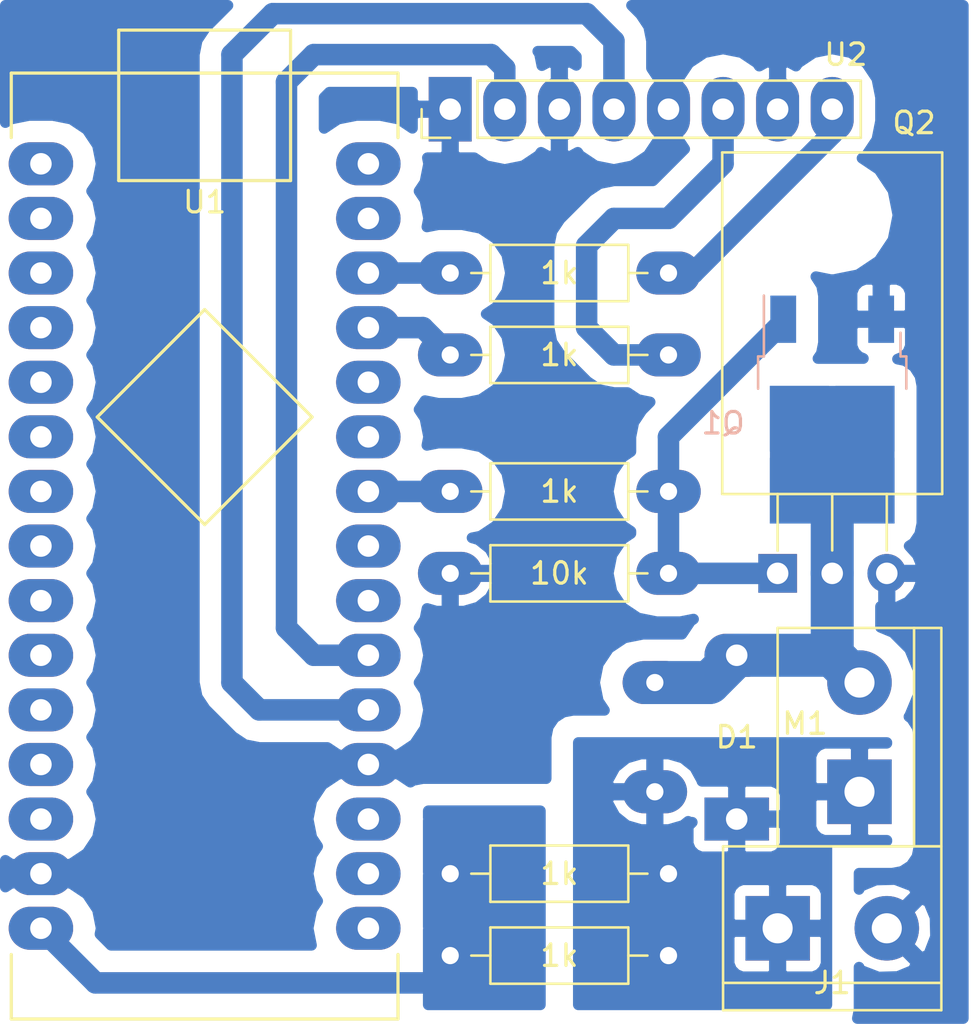
<source format=kicad_pcb>
(kicad_pcb (version 4) (host pcbnew 4.0.7)

  (general
    (links 34)
    (no_connects 0)
    (area 20.955 18.984999 259.52 168.325001)
    (thickness 1.6)
    (drawings 0)
    (tracks 41)
    (zones 0)
    (modules 14)
    (nets 35)
  )

  (page A4)
  (layers
    (0 F.Cu signal)
    (31 B.Cu signal)
    (32 B.Adhes user)
    (33 F.Adhes user)
    (34 B.Paste user)
    (35 F.Paste user)
    (36 B.SilkS user)
    (37 F.SilkS user)
    (38 B.Mask user)
    (39 F.Mask user)
    (40 Dwgs.User user)
    (41 Cmts.User user)
    (42 Eco1.User user)
    (43 Eco2.User user)
    (44 Edge.Cuts user)
    (45 Margin user)
    (46 B.CrtYd user)
    (47 F.CrtYd user)
    (48 B.Fab user)
    (49 F.Fab user)
  )

  (setup
    (last_trace_width 1)
    (user_trace_width 0.5)
    (user_trace_width 1)
    (user_trace_width 2)
    (trace_clearance 0.2)
    (zone_clearance 1)
    (zone_45_only no)
    (trace_min 0.2)
    (segment_width 0.2)
    (edge_width 0.15)
    (via_size 0.6)
    (via_drill 0.4)
    (via_min_size 0.4)
    (via_min_drill 0.3)
    (uvia_size 0.3)
    (uvia_drill 0.1)
    (uvias_allowed no)
    (uvia_min_size 0.2)
    (uvia_min_drill 0.1)
    (pcb_text_width 0.3)
    (pcb_text_size 1.5 1.5)
    (mod_edge_width 0.15)
    (mod_text_size 1 1)
    (mod_text_width 0.15)
    (pad_size 2 2)
    (pad_drill 1)
    (pad_to_mask_clearance 0.2)
    (aux_axis_origin 0 0)
    (grid_origin 129.54 88.265)
    (visible_elements FFFFFF7F)
    (pcbplotparams
      (layerselection 0x00030_80000001)
      (usegerberextensions false)
      (excludeedgelayer true)
      (linewidth 0.100000)
      (plotframeref false)
      (viasonmask false)
      (mode 1)
      (useauxorigin false)
      (hpglpennumber 1)
      (hpglpenspeed 20)
      (hpglpendiameter 15)
      (hpglpenoverlay 2)
      (psnegative false)
      (psa4output false)
      (plotreference true)
      (plotvalue true)
      (plotinvisibletext false)
      (padsonsilk false)
      (subtractmaskfromsilk false)
      (outputformat 1)
      (mirror false)
      (drillshape 0)
      (scaleselection 1)
      (outputdirectory ""))
  )

  (net 0 "")
  (net 1 +12V)
  (net 2 /D)
  (net 3 GNDD)
  (net 4 /G)
  (net 5 "Net-(R1-Pad1)")
  (net 6 FLOSS_LED)
  (net 7 "Net-(R3-Pad2)")
  (net 8 MASSAGE_LED)
  (net 9 "Net-(R4-Pad2)")
  (net 10 PUMP)
  (net 11 "Net-(U1-Pad23)")
  (net 12 "Net-(U1-Pad25)")
  (net 13 "Net-(U1-Pad26)")
  (net 14 "Net-(U1-Pad29)")
  (net 15 "Net-(U1-Pad30)")
  (net 16 "Net-(U1-Pad22)")
  (net 17 MODE_BUTTON)
  (net 18 POWER_BUTTON)
  (net 19 "Net-(U1-Pad18)")
  (net 20 "Net-(U1-Pad17)")
  (net 21 "Net-(U1-Pad16)")
  (net 22 "Net-(U1-Pad13)")
  (net 23 "Net-(U1-Pad12)")
  (net 24 "Net-(U1-Pad11)")
  (net 25 "Net-(U1-Pad10)")
  (net 26 "Net-(U1-Pad9)")
  (net 27 "Net-(U1-Pad1)")
  (net 28 "Net-(U1-Pad2)")
  (net 29 "Net-(U1-Pad3)")
  (net 30 "Net-(U1-Pad4)")
  (net 31 "Net-(U1-Pad5)")
  (net 32 "Net-(U1-Pad6)")
  (net 33 "Net-(U1-Pad7)")
  (net 34 "Net-(U1-Pad8)")

  (net_class Default "Это класс цепей по умолчанию."
    (clearance 0.2)
    (trace_width 0.25)
    (via_dia 0.6)
    (via_drill 0.4)
    (uvia_dia 0.3)
    (uvia_drill 0.1)
    (add_net +12V)
    (add_net /D)
    (add_net /G)
    (add_net FLOSS_LED)
    (add_net GNDD)
    (add_net MASSAGE_LED)
    (add_net MODE_BUTTON)
    (add_net "Net-(R1-Pad1)")
    (add_net "Net-(R3-Pad2)")
    (add_net "Net-(R4-Pad2)")
    (add_net "Net-(U1-Pad1)")
    (add_net "Net-(U1-Pad10)")
    (add_net "Net-(U1-Pad11)")
    (add_net "Net-(U1-Pad12)")
    (add_net "Net-(U1-Pad13)")
    (add_net "Net-(U1-Pad16)")
    (add_net "Net-(U1-Pad17)")
    (add_net "Net-(U1-Pad18)")
    (add_net "Net-(U1-Pad2)")
    (add_net "Net-(U1-Pad22)")
    (add_net "Net-(U1-Pad23)")
    (add_net "Net-(U1-Pad25)")
    (add_net "Net-(U1-Pad26)")
    (add_net "Net-(U1-Pad29)")
    (add_net "Net-(U1-Pad3)")
    (add_net "Net-(U1-Pad30)")
    (add_net "Net-(U1-Pad4)")
    (add_net "Net-(U1-Pad5)")
    (add_net "Net-(U1-Pad6)")
    (add_net "Net-(U1-Pad7)")
    (add_net "Net-(U1-Pad8)")
    (add_net "Net-(U1-Pad9)")
    (add_net POWER_BUTTON)
    (add_net PUMP)
  )

  (module MyFootprints:CAP (layer F.Cu) (tedit 62D189D3) (tstamp 62D19032)
    (at 122.555 114.3 90)
    (descr "C, Disc series, Radial, pin pitch=5.00mm, , diameter*width=5*2.5mm^2, Capacitor, http://cdn-reichelt.de/documents/datenblatt/B300/DS_KERKO_TC.pdf")
    (tags "C Disc series Radial pin pitch 5.00mm  diameter 5mm width 2.5mm Capacitor")
    (path /62D16599)
    (fp_text reference C1 (at 2.54 -2.54 180) (layer F.Fab)
      (effects (font (size 1 1) (thickness 0.15)))
    )
    (fp_text value 100n (at 1.27 -3.175 180) (layer F.Fab)
      (effects (font (size 1 1) (thickness 0.15)))
    )
    (fp_line (start 2.5 0) (end 0 0) (layer F.Fab) (width 0.15))
    (fp_line (start 3 0) (end 5 0) (layer F.Fab) (width 0.15))
    (fp_line (start 3 -0.5) (end 3 0.5) (layer F.Fab) (width 0.15))
    (fp_line (start 2.5 -0.5) (end 2.5 0.5) (layer F.Fab) (width 0.15))
    (pad 1 thru_hole oval (at 0 0 90) (size 2 3) (drill 0.8) (layers *.Cu *.Mask)
      (net 1 +12V))
    (pad 2 thru_hole oval (at 5.08 0 90) (size 2 3) (drill 0.8) (layers *.Cu *.Mask)
      (net 2 /D))
    (model ${KISYS3DMOD}/Capacitors_THT.3dshapes/C_Disc_D5.0mm_W2.5mm_P5.00mm.wrl
      (at (xyz 0 0 0))
      (scale (xyz 1 1 1))
      (rotate (xyz 0 0 0))
    )
  )

  (module MyFootprints:DO-41 (layer F.Cu) (tedit 62D189E0) (tstamp 62D1903F)
    (at 126.365 115.57 90)
    (descr "D, DO-41_SOD81 series, Axial, Horizontal, pin pitch=7.62mm, , length*diameter=5.2*2.7mm^2, , http://www.diodes.com/_files/packages/DO-41%20(Plastic).pdf")
    (tags "D DO-41_SOD81 series Axial Horizontal pin pitch 7.62mm  length 5.2mm diameter 2.7mm")
    (path /62D164D5)
    (fp_text reference D1 (at 3.81 0 180) (layer F.SilkS)
      (effects (font (size 1 1) (thickness 0.15)))
    )
    (fp_text value 1n4007 (at 3 4.5 90) (layer F.Fab)
      (effects (font (size 1 0) (thickness 0.15)))
    )
    (fp_line (start 4.5 0) (end 7.5 0) (layer F.Fab) (width 0.15))
    (fp_line (start 3.5 0) (end 0 0) (layer F.Fab) (width 0.15))
    (fp_line (start 3.5 0) (end 4.5 -1) (layer F.Fab) (width 0.15))
    (fp_line (start 4.5 -1) (end 4.5 1) (layer F.Fab) (width 0.15))
    (fp_line (start 4.5 1) (end 3.5 0) (layer F.Fab) (width 0.15))
    (fp_line (start 3.5 0) (end 3.5 1) (layer F.Fab) (width 0.15))
    (fp_line (start 3.5 0) (end 3.5 -1) (layer F.Fab) (width 0.15))
    (pad 1 thru_hole rect (at 0 0 90) (size 2 3) (drill 1) (layers *.Cu *.Mask)
      (net 1 +12V))
    (pad 2 thru_hole oval (at 7.62 0 90) (size 2 3) (drill 1) (layers *.Cu *.Mask)
      (net 2 /D))
    (model ${KISYS3DMOD}/Diodes_THT.3dshapes/D_DO-41_SOD81_P7.62mm_Horizontal.wrl
      (at (xyz 0 0 0))
      (scale (xyz 0 0 0))
      (rotate (xyz 0 0 0))
    )
  )

  (module Connectors_Terminal_Blocks:TerminalBlock_bornier-2_P5.08mm (layer F.Cu) (tedit 62D188FA) (tstamp 62D19045)
    (at 128.27 120.65)
    (descr "simple 2-pin terminal block, pitch 5.08mm, revamped version of bornier2")
    (tags "terminal block bornier2")
    (path /62D1AC83)
    (fp_text reference J1 (at 2.54 2.54) (layer F.SilkS)
      (effects (font (size 1 1) (thickness 0.15)))
    )
    (fp_text value Conn_01x02 (at 2.54 -2.54) (layer F.Fab)
      (effects (font (size 1 1) (thickness 0.15)))
    )
    (fp_text user %R (at 2.54 2.54) (layer F.Fab)
      (effects (font (size 1 1) (thickness 0.15)))
    )
    (fp_line (start -2.41 2.55) (end 7.49 2.55) (layer F.Fab) (width 0.1))
    (fp_line (start -2.46 -3.75) (end -2.46 3.75) (layer F.Fab) (width 0.1))
    (fp_line (start -2.46 3.75) (end 7.54 3.75) (layer F.Fab) (width 0.1))
    (fp_line (start 7.54 3.75) (end 7.54 -3.75) (layer F.Fab) (width 0.1))
    (fp_line (start 7.54 -3.75) (end -2.46 -3.75) (layer F.Fab) (width 0.1))
    (fp_line (start 7.62 2.54) (end -2.54 2.54) (layer F.SilkS) (width 0.12))
    (fp_line (start 7.62 3.81) (end 7.62 -3.81) (layer F.SilkS) (width 0.12))
    (fp_line (start 7.62 -3.81) (end -2.54 -3.81) (layer F.SilkS) (width 0.12))
    (fp_line (start -2.54 -3.81) (end -2.54 3.81) (layer F.SilkS) (width 0.12))
    (fp_line (start -2.54 3.81) (end 7.62 3.81) (layer F.SilkS) (width 0.12))
    (fp_line (start -2.71 -4) (end 7.79 -4) (layer F.CrtYd) (width 0.05))
    (fp_line (start -2.71 -4) (end -2.71 4) (layer F.CrtYd) (width 0.05))
    (fp_line (start 7.79 4) (end 7.79 -4) (layer F.CrtYd) (width 0.05))
    (fp_line (start 7.79 4) (end -2.71 4) (layer F.CrtYd) (width 0.05))
    (pad 1 thru_hole rect (at 0 0) (size 3 3) (drill 1.4) (layers *.Cu *.Mask)
      (net 1 +12V))
    (pad 2 thru_hole circle (at 5.08 0) (size 3 3) (drill 1.4) (layers *.Cu *.Mask)
      (net 3 GNDD))
    (model ${KISYS3DMOD}/Terminal_Blocks.3dshapes/TerminalBlock_bornier-2_P5.08mm.wrl
      (at (xyz 0.1 0 0))
      (scale (xyz 1 1 1))
      (rotate (xyz 0 0 0))
    )
  )

  (module Connectors_Terminal_Blocks:TerminalBlock_bornier-2_P5.08mm (layer F.Cu) (tedit 62D18902) (tstamp 62D1904B)
    (at 132.08 114.3 90)
    (descr "simple 2-pin terminal block, pitch 5.08mm, revamped version of bornier2")
    (tags "terminal block bornier2")
    (path /62D162D3)
    (fp_text reference M1 (at 3.175 -2.54 180) (layer F.SilkS)
      (effects (font (size 1 1) (thickness 0.15)))
    )
    (fp_text value Motor_DC (at 2.54 3.175 90) (layer F.Fab)
      (effects (font (size 1 1) (thickness 0.15)))
    )
    (fp_text user %R (at 3.175 -2.54 180) (layer F.Fab)
      (effects (font (size 1 1) (thickness 0.15)))
    )
    (fp_line (start -2.41 2.55) (end 7.49 2.55) (layer F.Fab) (width 0.1))
    (fp_line (start -2.46 -3.75) (end -2.46 3.75) (layer F.Fab) (width 0.1))
    (fp_line (start -2.46 3.75) (end 7.54 3.75) (layer F.Fab) (width 0.1))
    (fp_line (start 7.54 3.75) (end 7.54 -3.75) (layer F.Fab) (width 0.1))
    (fp_line (start 7.54 -3.75) (end -2.46 -3.75) (layer F.Fab) (width 0.1))
    (fp_line (start 7.62 2.54) (end -2.54 2.54) (layer F.SilkS) (width 0.12))
    (fp_line (start 7.62 3.81) (end 7.62 -3.81) (layer F.SilkS) (width 0.12))
    (fp_line (start 7.62 -3.81) (end -2.54 -3.81) (layer F.SilkS) (width 0.12))
    (fp_line (start -2.54 -3.81) (end -2.54 3.81) (layer F.SilkS) (width 0.12))
    (fp_line (start -2.54 3.81) (end 7.62 3.81) (layer F.SilkS) (width 0.12))
    (fp_line (start -2.71 -4) (end 7.79 -4) (layer F.CrtYd) (width 0.05))
    (fp_line (start -2.71 -4) (end -2.71 4) (layer F.CrtYd) (width 0.05))
    (fp_line (start 7.79 4) (end 7.79 -4) (layer F.CrtYd) (width 0.05))
    (fp_line (start 7.79 4) (end -2.71 4) (layer F.CrtYd) (width 0.05))
    (pad 1 thru_hole rect (at 0 0 90) (size 3 3) (drill 1.4) (layers *.Cu *.Mask)
      (net 1 +12V))
    (pad 2 thru_hole circle (at 5.08 0 90) (size 3 3) (drill 1.4) (layers *.Cu *.Mask)
      (net 2 /D))
    (model ${KISYS3DMOD}/Terminal_Blocks.3dshapes/TerminalBlock_bornier-2_P5.08mm.wrl
      (at (xyz 0.1 0 0))
      (scale (xyz 1 1 1))
      (rotate (xyz 0 0 0))
    )
  )

  (module TO_SOT_Packages_SMD:TO-252-2 (layer B.Cu) (tedit 62D18C15) (tstamp 62D19056)
    (at 130.81 96.52 270)
    (descr "TO-252 / DPAK SMD package, http://www.infineon.com/cms/en/product/packages/PG-TO252/PG-TO252-3-1/")
    (tags "DPAK TO-252 DPAK-3 TO-252-3 SOT-428")
    (path /62D16352)
    (attr smd)
    (fp_text reference Q1 (at 0.635 5.08 360) (layer B.SilkS)
      (effects (font (size 1 1) (thickness 0.15)) (justify mirror))
    )
    (fp_text value Q_NMOS_GDS_TO252 (at 0 -4.318 270) (layer B.Fab)
      (effects (font (size 1 1) (thickness 0.15)) (justify mirror))
    )
    (fp_line (start 3.95 2.7) (end 4.95 2.7) (layer B.Fab) (width 0.1))
    (fp_line (start 4.95 2.7) (end 4.95 -2.7) (layer B.Fab) (width 0.1))
    (fp_line (start 4.95 -2.7) (end 3.95 -2.7) (layer B.Fab) (width 0.1))
    (fp_line (start 3.95 3.25) (end 3.95 -3.25) (layer B.Fab) (width 0.1))
    (fp_line (start 3.95 -3.25) (end -2.27 -3.25) (layer B.Fab) (width 0.1))
    (fp_line (start -2.27 -3.25) (end -2.27 2.25) (layer B.Fab) (width 0.1))
    (fp_line (start -2.27 2.25) (end -1.27 3.25) (layer B.Fab) (width 0.1))
    (fp_line (start -1.27 3.25) (end 3.95 3.25) (layer B.Fab) (width 0.1))
    (fp_line (start -1.865 2.655) (end -4.97 2.655) (layer B.Fab) (width 0.1))
    (fp_line (start -4.97 2.655) (end -4.97 1.905) (layer B.Fab) (width 0.1))
    (fp_line (start -4.97 1.905) (end -2.27 1.905) (layer B.Fab) (width 0.1))
    (fp_line (start -2.27 -1.905) (end -4.97 -1.905) (layer B.Fab) (width 0.1))
    (fp_line (start -4.97 -1.905) (end -4.97 -2.655) (layer B.Fab) (width 0.1))
    (fp_line (start -4.97 -2.655) (end -2.27 -2.655) (layer B.Fab) (width 0.1))
    (fp_line (start -0.97 3.45) (end -2.47 3.45) (layer B.SilkS) (width 0.12))
    (fp_line (start -2.47 3.45) (end -2.47 3.18) (layer B.SilkS) (width 0.12))
    (fp_line (start -2.47 3.18) (end -5.3 3.18) (layer B.SilkS) (width 0.12))
    (fp_line (start -0.97 -3.45) (end -2.47 -3.45) (layer B.SilkS) (width 0.12))
    (fp_line (start -2.47 -3.45) (end -2.47 -3.18) (layer B.SilkS) (width 0.12))
    (fp_line (start -2.47 -3.18) (end -3.57 -3.18) (layer B.SilkS) (width 0.12))
    (fp_line (start -5.55 3.5) (end -5.55 -3.5) (layer B.CrtYd) (width 0.05))
    (fp_line (start -5.55 -3.5) (end 5.55 -3.5) (layer B.CrtYd) (width 0.05))
    (fp_line (start 5.55 -3.5) (end 5.55 3.5) (layer B.CrtYd) (width 0.05))
    (fp_line (start 5.55 3.5) (end -5.55 3.5) (layer B.CrtYd) (width 0.05))
    (fp_text user %R (at 0.635 5.08 540) (layer B.Fab)
      (effects (font (size 1 1) (thickness 0.15)) (justify mirror))
    )
    (pad 1 smd rect (at -4.2 2.28 270) (size 2.2 1.2) (layers B.Cu B.Paste B.Mask)
      (net 4 /G))
    (pad 3 smd rect (at -4.2 -2.28 270) (size 2.2 1.2) (layers B.Cu B.Paste B.Mask)
      (net 3 GNDD))
    (pad 2 smd rect (at 2.1 0 270) (size 6.4 5.8) (layers B.Cu B.Mask)
      (net 2 /D))
    (pad 2 smd rect (at 3.775 -1.525 270) (size 3.05 2.75) (layers B.Cu B.Paste)
      (net 2 /D))
    (pad 2 smd rect (at 0.425 1.525 270) (size 3.05 2.75) (layers B.Cu B.Paste)
      (net 2 /D))
    (pad 2 smd rect (at 3.775 1.525 270) (size 3.05 2.75) (layers B.Cu B.Paste)
      (net 2 /D))
    (pad 2 smd rect (at 0.425 -1.525 270) (size 3.05 2.75) (layers B.Cu B.Paste)
      (net 2 /D))
    (model ${KISYS3DMOD}/TO_SOT_Packages_SMD.3dshapes/TO-252-2.wrl
      (at (xyz 0 0 0))
      (scale (xyz 1 1 1))
      (rotate (xyz 0 0 0))
    )
  )

  (module MyFootprints:RES (layer F.Cu) (tedit 62D186BD) (tstamp 62D19074)
    (at 118.11 118.11)
    (descr "Resistor, Axial_DIN0207 series, Axial, Horizontal, pin pitch=10.16mm, 0.25W = 1/4W, length*diameter=6.3*2.5mm^2, http://cdn-reichelt.de/documents/datenblatt/B400/1_4W%23YAG.pdf")
    (tags "Resistor Axial_DIN0207 series Axial Horizontal pin pitch 10.16mm 0.25W = 1/4W length 6.3mm diameter 2.5mm")
    (path /62D1C485)
    (fp_text reference R1 (at 0 -2.31) (layer F.Fab)
      (effects (font (size 1 1) (thickness 0.15)))
    )
    (fp_text value 1k (at 0 0) (layer F.SilkS)
      (effects (font (size 1 1) (thickness 0.15)))
    )
    (fp_line (start -3.15 -1.25) (end -3.15 1.25) (layer F.Fab) (width 0.1))
    (fp_line (start -3.15 1.25) (end 3.15 1.25) (layer F.Fab) (width 0.1))
    (fp_line (start 3.15 1.25) (end 3.15 -1.25) (layer F.Fab) (width 0.1))
    (fp_line (start 3.15 -1.25) (end -3.15 -1.25) (layer F.Fab) (width 0.1))
    (fp_line (start -5.08 0) (end -3.15 0) (layer F.Fab) (width 0.1))
    (fp_line (start 5.08 0) (end 3.15 0) (layer F.Fab) (width 0.1))
    (fp_line (start -3.21 -1.31) (end -3.21 1.31) (layer F.SilkS) (width 0.12))
    (fp_line (start -3.21 1.31) (end 3.21 1.31) (layer F.SilkS) (width 0.12))
    (fp_line (start 3.21 1.31) (end 3.21 -1.31) (layer F.SilkS) (width 0.12))
    (fp_line (start 3.21 -1.31) (end -3.21 -1.31) (layer F.SilkS) (width 0.12))
    (fp_line (start -4.1 0) (end -3.21 0) (layer F.SilkS) (width 0.12))
    (fp_line (start 4.1 0) (end 3.21 0) (layer F.SilkS) (width 0.12))
    (fp_line (start -6.13 -1.6) (end -6.13 1.6) (layer F.CrtYd) (width 0.05))
    (fp_line (start -6.13 1.6) (end 6.13 1.6) (layer F.CrtYd) (width 0.05))
    (fp_line (start 6.13 1.6) (end 6.13 -1.6) (layer F.CrtYd) (width 0.05))
    (fp_line (start 6.13 -1.6) (end -6.13 -1.6) (layer F.CrtYd) (width 0.05))
    (pad 1 thru_hole circle (at -5.08 0) (size 1.6 1.6) (drill 0.8) (layers *.Cu *.Mask)
      (net 5 "Net-(R1-Pad1)") (zone_connect 2))
    (pad 2 thru_hole oval (at 5.08 0) (size 1.6 1.6) (drill 0.8) (layers *.Cu *.Mask)
      (net 1 +12V) (zone_connect 2))
    (model ${KISYS3DMOD}/Resistors_THT.3dshapes/R_Axial_DIN0207_L6.3mm_D2.5mm_P10.16mm_Horizontal.wrl
      (at (xyz -0.2 0 0))
      (scale (xyz 0.393701 0.393701 0.393701))
      (rotate (xyz 0 0 0))
    )
  )

  (module MyFootprints:RES (layer F.Cu) (tedit 62D186C2) (tstamp 62D1908A)
    (at 118.11 121.92)
    (descr "Resistor, Axial_DIN0207 series, Axial, Horizontal, pin pitch=10.16mm, 0.25W = 1/4W, length*diameter=6.3*2.5mm^2, http://cdn-reichelt.de/documents/datenblatt/B400/1_4W%23YAG.pdf")
    (tags "Resistor Axial_DIN0207 series Axial Horizontal pin pitch 10.16mm 0.25W = 1/4W length 6.3mm diameter 2.5mm")
    (path /62D1C534)
    (fp_text reference R2 (at 0 -2.31) (layer F.Fab)
      (effects (font (size 1 1) (thickness 0.15)))
    )
    (fp_text value 1k (at 0 0) (layer F.SilkS)
      (effects (font (size 1 1) (thickness 0.15)))
    )
    (fp_line (start -3.15 -1.25) (end -3.15 1.25) (layer F.Fab) (width 0.1))
    (fp_line (start -3.15 1.25) (end 3.15 1.25) (layer F.Fab) (width 0.1))
    (fp_line (start 3.15 1.25) (end 3.15 -1.25) (layer F.Fab) (width 0.1))
    (fp_line (start 3.15 -1.25) (end -3.15 -1.25) (layer F.Fab) (width 0.1))
    (fp_line (start -5.08 0) (end -3.15 0) (layer F.Fab) (width 0.1))
    (fp_line (start 5.08 0) (end 3.15 0) (layer F.Fab) (width 0.1))
    (fp_line (start -3.21 -1.31) (end -3.21 1.31) (layer F.SilkS) (width 0.12))
    (fp_line (start -3.21 1.31) (end 3.21 1.31) (layer F.SilkS) (width 0.12))
    (fp_line (start 3.21 1.31) (end 3.21 -1.31) (layer F.SilkS) (width 0.12))
    (fp_line (start 3.21 -1.31) (end -3.21 -1.31) (layer F.SilkS) (width 0.12))
    (fp_line (start -4.1 0) (end -3.21 0) (layer F.SilkS) (width 0.12))
    (fp_line (start 4.1 0) (end 3.21 0) (layer F.SilkS) (width 0.12))
    (fp_line (start -6.13 -1.6) (end -6.13 1.6) (layer F.CrtYd) (width 0.05))
    (fp_line (start -6.13 1.6) (end 6.13 1.6) (layer F.CrtYd) (width 0.05))
    (fp_line (start 6.13 1.6) (end 6.13 -1.6) (layer F.CrtYd) (width 0.05))
    (fp_line (start 6.13 -1.6) (end -6.13 -1.6) (layer F.CrtYd) (width 0.05))
    (pad 1 thru_hole circle (at -5.08 0) (size 1.6 1.6) (drill 0.8) (layers *.Cu *.Mask)
      (net 5 "Net-(R1-Pad1)") (zone_connect 2))
    (pad 2 thru_hole oval (at 5.08 0) (size 1.6 1.6) (drill 0.8) (layers *.Cu *.Mask)
      (net 1 +12V) (zone_connect 2))
    (model ${KISYS3DMOD}/Resistors_THT.3dshapes/R_Axial_DIN0207_L6.3mm_D2.5mm_P10.16mm_Horizontal.wrl
      (at (xyz -0.2 0 0))
      (scale (xyz 0.393701 0.393701 0.393701))
      (rotate (xyz 0 0 0))
    )
  )

  (module MyFootprints:RES (layer F.Cu) (tedit 62D1897E) (tstamp 62D190A0)
    (at 118.11 93.98)
    (descr "Resistor, Axial_DIN0207 series, Axial, Horizontal, pin pitch=10.16mm, 0.25W = 1/4W, length*diameter=6.3*2.5mm^2, http://cdn-reichelt.de/documents/datenblatt/B400/1_4W%23YAG.pdf")
    (tags "Resistor Axial_DIN0207 series Axial Horizontal pin pitch 10.16mm 0.25W = 1/4W length 6.3mm diameter 2.5mm")
    (path /62D18E57)
    (fp_text reference R3 (at 0 -2.31) (layer F.Fab)
      (effects (font (size 1 1) (thickness 0.15)))
    )
    (fp_text value 1k (at 0 0) (layer F.SilkS)
      (effects (font (size 1 1) (thickness 0.15)))
    )
    (fp_line (start -3.15 -1.25) (end -3.15 1.25) (layer F.Fab) (width 0.1))
    (fp_line (start -3.15 1.25) (end 3.15 1.25) (layer F.Fab) (width 0.1))
    (fp_line (start 3.15 1.25) (end 3.15 -1.25) (layer F.Fab) (width 0.1))
    (fp_line (start 3.15 -1.25) (end -3.15 -1.25) (layer F.Fab) (width 0.1))
    (fp_line (start -5.08 0) (end -3.15 0) (layer F.Fab) (width 0.1))
    (fp_line (start 5.08 0) (end 3.15 0) (layer F.Fab) (width 0.1))
    (fp_line (start -3.21 -1.31) (end -3.21 1.31) (layer F.SilkS) (width 0.12))
    (fp_line (start -3.21 1.31) (end 3.21 1.31) (layer F.SilkS) (width 0.12))
    (fp_line (start 3.21 1.31) (end 3.21 -1.31) (layer F.SilkS) (width 0.12))
    (fp_line (start 3.21 -1.31) (end -3.21 -1.31) (layer F.SilkS) (width 0.12))
    (fp_line (start -4.1 0) (end -3.21 0) (layer F.SilkS) (width 0.12))
    (fp_line (start 4.1 0) (end 3.21 0) (layer F.SilkS) (width 0.12))
    (fp_line (start -6.13 -1.6) (end -6.13 1.6) (layer F.CrtYd) (width 0.05))
    (fp_line (start -6.13 1.6) (end 6.13 1.6) (layer F.CrtYd) (width 0.05))
    (fp_line (start 6.13 1.6) (end 6.13 -1.6) (layer F.CrtYd) (width 0.05))
    (fp_line (start 6.13 -1.6) (end -6.13 -1.6) (layer F.CrtYd) (width 0.05))
    (pad 1 thru_hole oval (at -5.08 0) (size 3 2) (drill 0.8) (layers *.Cu *.Mask)
      (net 6 FLOSS_LED))
    (pad 2 thru_hole oval (at 5.08 0) (size 3 2) (drill 0.8) (layers *.Cu *.Mask)
      (net 7 "Net-(R3-Pad2)"))
    (model ${KISYS3DMOD}/Resistors_THT.3dshapes/R_Axial_DIN0207_L6.3mm_D2.5mm_P10.16mm_Horizontal.wrl
      (at (xyz -0.2 0 0))
      (scale (xyz 0.393701 0.393701 0.393701))
      (rotate (xyz 0 0 0))
    )
  )

  (module MyFootprints:RES (layer F.Cu) (tedit 62D18979) (tstamp 62D190B6)
    (at 118.11 90.17)
    (descr "Resistor, Axial_DIN0207 series, Axial, Horizontal, pin pitch=10.16mm, 0.25W = 1/4W, length*diameter=6.3*2.5mm^2, http://cdn-reichelt.de/documents/datenblatt/B400/1_4W%23YAG.pdf")
    (tags "Resistor Axial_DIN0207 series Axial Horizontal pin pitch 10.16mm 0.25W = 1/4W length 6.3mm diameter 2.5mm")
    (path /62D18D50)
    (fp_text reference R4 (at 0 -2.31) (layer F.Fab)
      (effects (font (size 1 1) (thickness 0.15)))
    )
    (fp_text value 1k (at 0 0) (layer F.SilkS)
      (effects (font (size 1 1) (thickness 0.15)))
    )
    (fp_line (start -3.15 -1.25) (end -3.15 1.25) (layer F.Fab) (width 0.1))
    (fp_line (start -3.15 1.25) (end 3.15 1.25) (layer F.Fab) (width 0.1))
    (fp_line (start 3.15 1.25) (end 3.15 -1.25) (layer F.Fab) (width 0.1))
    (fp_line (start 3.15 -1.25) (end -3.15 -1.25) (layer F.Fab) (width 0.1))
    (fp_line (start -5.08 0) (end -3.15 0) (layer F.Fab) (width 0.1))
    (fp_line (start 5.08 0) (end 3.15 0) (layer F.Fab) (width 0.1))
    (fp_line (start -3.21 -1.31) (end -3.21 1.31) (layer F.SilkS) (width 0.12))
    (fp_line (start -3.21 1.31) (end 3.21 1.31) (layer F.SilkS) (width 0.12))
    (fp_line (start 3.21 1.31) (end 3.21 -1.31) (layer F.SilkS) (width 0.12))
    (fp_line (start 3.21 -1.31) (end -3.21 -1.31) (layer F.SilkS) (width 0.12))
    (fp_line (start -4.1 0) (end -3.21 0) (layer F.SilkS) (width 0.12))
    (fp_line (start 4.1 0) (end 3.21 0) (layer F.SilkS) (width 0.12))
    (fp_line (start -6.13 -1.6) (end -6.13 1.6) (layer F.CrtYd) (width 0.05))
    (fp_line (start -6.13 1.6) (end 6.13 1.6) (layer F.CrtYd) (width 0.05))
    (fp_line (start 6.13 1.6) (end 6.13 -1.6) (layer F.CrtYd) (width 0.05))
    (fp_line (start 6.13 -1.6) (end -6.13 -1.6) (layer F.CrtYd) (width 0.05))
    (pad 1 thru_hole oval (at -5.08 0) (size 3 2) (drill 0.8) (layers *.Cu *.Mask)
      (net 8 MASSAGE_LED))
    (pad 2 thru_hole oval (at 5.08 0) (size 3 2) (drill 0.8) (layers *.Cu *.Mask)
      (net 9 "Net-(R4-Pad2)"))
    (model ${KISYS3DMOD}/Resistors_THT.3dshapes/R_Axial_DIN0207_L6.3mm_D2.5mm_P10.16mm_Horizontal.wrl
      (at (xyz -0.2 0 0))
      (scale (xyz 0.393701 0.393701 0.393701))
      (rotate (xyz 0 0 0))
    )
  )

  (module MyFootprints:RES (layer F.Cu) (tedit 62D1898B) (tstamp 62D190CC)
    (at 118.11 100.33 180)
    (descr "Resistor, Axial_DIN0207 series, Axial, Horizontal, pin pitch=10.16mm, 0.25W = 1/4W, length*diameter=6.3*2.5mm^2, http://cdn-reichelt.de/documents/datenblatt/B400/1_4W%23YAG.pdf")
    (tags "Resistor Axial_DIN0207 series Axial Horizontal pin pitch 10.16mm 0.25W = 1/4W length 6.3mm diameter 2.5mm")
    (path /62D1673C)
    (fp_text reference R5 (at 0 2.54 180) (layer F.Fab)
      (effects (font (size 1 1) (thickness 0.15)))
    )
    (fp_text value 1k (at 0 0 180) (layer F.SilkS)
      (effects (font (size 1 1) (thickness 0.15)))
    )
    (fp_line (start -3.15 -1.25) (end -3.15 1.25) (layer F.Fab) (width 0.1))
    (fp_line (start -3.15 1.25) (end 3.15 1.25) (layer F.Fab) (width 0.1))
    (fp_line (start 3.15 1.25) (end 3.15 -1.25) (layer F.Fab) (width 0.1))
    (fp_line (start 3.15 -1.25) (end -3.15 -1.25) (layer F.Fab) (width 0.1))
    (fp_line (start -5.08 0) (end -3.15 0) (layer F.Fab) (width 0.1))
    (fp_line (start 5.08 0) (end 3.15 0) (layer F.Fab) (width 0.1))
    (fp_line (start -3.21 -1.31) (end -3.21 1.31) (layer F.SilkS) (width 0.12))
    (fp_line (start -3.21 1.31) (end 3.21 1.31) (layer F.SilkS) (width 0.12))
    (fp_line (start 3.21 1.31) (end 3.21 -1.31) (layer F.SilkS) (width 0.12))
    (fp_line (start 3.21 -1.31) (end -3.21 -1.31) (layer F.SilkS) (width 0.12))
    (fp_line (start -4.1 0) (end -3.21 0) (layer F.SilkS) (width 0.12))
    (fp_line (start 4.1 0) (end 3.21 0) (layer F.SilkS) (width 0.12))
    (fp_line (start -6.13 -1.6) (end -6.13 1.6) (layer F.CrtYd) (width 0.05))
    (fp_line (start -6.13 1.6) (end 6.13 1.6) (layer F.CrtYd) (width 0.05))
    (fp_line (start 6.13 1.6) (end 6.13 -1.6) (layer F.CrtYd) (width 0.05))
    (fp_line (start 6.13 -1.6) (end -6.13 -1.6) (layer F.CrtYd) (width 0.05))
    (pad 1 thru_hole oval (at -5.08 0 180) (size 3 2) (drill 0.8) (layers *.Cu *.Mask)
      (net 4 /G))
    (pad 2 thru_hole oval (at 5.08 0 180) (size 3 2) (drill 0.8) (layers *.Cu *.Mask)
      (net 10 PUMP))
    (model ${KISYS3DMOD}/Resistors_THT.3dshapes/R_Axial_DIN0207_L6.3mm_D2.5mm_P10.16mm_Horizontal.wrl
      (at (xyz -0.2 0 0))
      (scale (xyz 0.393701 0.393701 0.393701))
      (rotate (xyz 0 0 0))
    )
  )

  (module MyFootprints:RES (layer F.Cu) (tedit 62D18995) (tstamp 62D190E2)
    (at 118.11 104.14)
    (descr "Resistor, Axial_DIN0207 series, Axial, Horizontal, pin pitch=10.16mm, 0.25W = 1/4W, length*diameter=6.3*2.5mm^2, http://cdn-reichelt.de/documents/datenblatt/B400/1_4W%23YAG.pdf")
    (tags "Resistor Axial_DIN0207 series Axial Horizontal pin pitch 10.16mm 0.25W = 1/4W length 6.3mm diameter 2.5mm")
    (path /62D1B976)
    (fp_text reference R6 (at 0 -2.31) (layer F.Fab)
      (effects (font (size 1 1) (thickness 0.15)))
    )
    (fp_text value 10k (at 0 0) (layer F.SilkS)
      (effects (font (size 1 1) (thickness 0.15)))
    )
    (fp_line (start -3.15 -1.25) (end -3.15 1.25) (layer F.Fab) (width 0.1))
    (fp_line (start -3.15 1.25) (end 3.15 1.25) (layer F.Fab) (width 0.1))
    (fp_line (start 3.15 1.25) (end 3.15 -1.25) (layer F.Fab) (width 0.1))
    (fp_line (start 3.15 -1.25) (end -3.15 -1.25) (layer F.Fab) (width 0.1))
    (fp_line (start -5.08 0) (end -3.15 0) (layer F.Fab) (width 0.1))
    (fp_line (start 5.08 0) (end 3.15 0) (layer F.Fab) (width 0.1))
    (fp_line (start -3.21 -1.31) (end -3.21 1.31) (layer F.SilkS) (width 0.12))
    (fp_line (start -3.21 1.31) (end 3.21 1.31) (layer F.SilkS) (width 0.12))
    (fp_line (start 3.21 1.31) (end 3.21 -1.31) (layer F.SilkS) (width 0.12))
    (fp_line (start 3.21 -1.31) (end -3.21 -1.31) (layer F.SilkS) (width 0.12))
    (fp_line (start -4.1 0) (end -3.21 0) (layer F.SilkS) (width 0.12))
    (fp_line (start 4.1 0) (end 3.21 0) (layer F.SilkS) (width 0.12))
    (fp_line (start -6.13 -1.6) (end -6.13 1.6) (layer F.CrtYd) (width 0.05))
    (fp_line (start -6.13 1.6) (end 6.13 1.6) (layer F.CrtYd) (width 0.05))
    (fp_line (start 6.13 1.6) (end 6.13 -1.6) (layer F.CrtYd) (width 0.05))
    (fp_line (start 6.13 -1.6) (end -6.13 -1.6) (layer F.CrtYd) (width 0.05))
    (pad 1 thru_hole oval (at -5.08 0) (size 3 2) (drill 0.8) (layers *.Cu *.Mask)
      (net 3 GNDD))
    (pad 2 thru_hole oval (at 5.08 0) (size 3 2) (drill 0.8) (layers *.Cu *.Mask)
      (net 4 /G))
    (model ${KISYS3DMOD}/Resistors_THT.3dshapes/R_Axial_DIN0207_L6.3mm_D2.5mm_P10.16mm_Horizontal.wrl
      (at (xyz -0.2 0 0))
      (scale (xyz 0.393701 0.393701 0.393701))
      (rotate (xyz 0 0 0))
    )
  )

  (module Pin_Headers:Pin_Header_Straight_1x08_Pitch2.54mm (layer F.Cu) (tedit 62D18941) (tstamp 62D1911E)
    (at 113.03 82.55 90)
    (descr "Through hole straight pin header, 1x08, 2.54mm pitch, single row")
    (tags "Through hole pin header THT 1x08 2.54mm single row")
    (path /62D187DB)
    (fp_text reference U2 (at 2.54 18.415 180) (layer F.SilkS)
      (effects (font (size 1 1) (thickness 0.15)))
    )
    (fp_text value WaterpikFrontPanel (at 2.54 9.525 180) (layer F.Fab)
      (effects (font (size 1 1) (thickness 0.15)))
    )
    (fp_line (start -0.635 -1.27) (end 1.27 -1.27) (layer F.Fab) (width 0.1))
    (fp_line (start 1.27 -1.27) (end 1.27 19.05) (layer F.Fab) (width 0.1))
    (fp_line (start 1.27 19.05) (end -1.27 19.05) (layer F.Fab) (width 0.1))
    (fp_line (start -1.27 19.05) (end -1.27 -0.635) (layer F.Fab) (width 0.1))
    (fp_line (start -1.27 -0.635) (end -0.635 -1.27) (layer F.Fab) (width 0.1))
    (fp_line (start -1.33 19.11) (end 1.33 19.11) (layer F.SilkS) (width 0.12))
    (fp_line (start -1.33 1.27) (end -1.33 19.11) (layer F.SilkS) (width 0.12))
    (fp_line (start 1.33 1.27) (end 1.33 19.11) (layer F.SilkS) (width 0.12))
    (fp_line (start -1.33 1.27) (end 1.33 1.27) (layer F.SilkS) (width 0.12))
    (fp_line (start -1.33 0) (end -1.33 -1.33) (layer F.SilkS) (width 0.12))
    (fp_line (start -1.33 -1.33) (end 0 -1.33) (layer F.SilkS) (width 0.12))
    (fp_line (start -1.8 -1.8) (end -1.8 19.55) (layer F.CrtYd) (width 0.05))
    (fp_line (start -1.8 19.55) (end 1.8 19.55) (layer F.CrtYd) (width 0.05))
    (fp_line (start 1.8 19.55) (end 1.8 -1.8) (layer F.CrtYd) (width 0.05))
    (fp_line (start 1.8 -1.8) (end -1.8 -1.8) (layer F.CrtYd) (width 0.05))
    (fp_text user %R (at 0 8.89 180) (layer F.Fab)
      (effects (font (size 1 1) (thickness 0.15)))
    )
    (pad 1 thru_hole rect (at 0 0 90) (size 3 2) (drill 1) (layers *.Cu *.Mask)
      (net 3 GNDD))
    (pad 2 thru_hole oval (at 0 2.54 90) (size 3 2) (drill 1) (layers *.Cu *.Mask)
      (net 18 POWER_BUTTON))
    (pad 3 thru_hole oval (at 0 5.08 90) (size 3 2) (drill 1) (layers *.Cu *.Mask)
      (net 3 GNDD))
    (pad 4 thru_hole oval (at 0 7.62 90) (size 3 2) (drill 1) (layers *.Cu *.Mask)
      (net 17 MODE_BUTTON))
    (pad 5 thru_hole oval (at 0 10.16 90) (size 3 2) (drill 1) (layers *.Cu *.Mask)
      (net 3 GNDD) (zone_connect 2))
    (pad 6 thru_hole oval (at 0 12.7 90) (size 3 2) (drill 1) (layers *.Cu *.Mask)
      (net 7 "Net-(R3-Pad2)"))
    (pad 7 thru_hole oval (at 0 15.24 90) (size 3 2) (drill 1) (layers *.Cu *.Mask)
      (net 3 GNDD))
    (pad 8 thru_hole oval (at 0 17.78 90) (size 3 2) (drill 1) (layers *.Cu *.Mask)
      (net 9 "Net-(R4-Pad2)"))
    (model ${KISYS3DMOD}/Pin_Headers.3dshapes/Pin_Header_Straight_1x08_Pitch2.54mm.wrl
      (at (xyz 0 0 0))
      (scale (xyz 1 1 1))
      (rotate (xyz 0 0 0))
    )
  )

  (module MyFootprints:ArduinoNanoCH340 (layer F.Cu) (tedit 62D188C2) (tstamp 62D19112)
    (at 101.6 102.87)
    (path /62D16038)
    (fp_text reference U1 (at 0 -16) (layer F.SilkS)
      (effects (font (size 1 1) (thickness 0.15)))
    )
    (fp_text value ArduinoNanoCH340 (at 0 21) (layer F.Fab)
      (effects (font (size 1 1) (thickness 0.15)))
    )
    (fp_line (start -5 -6) (end 0 -11) (layer F.SilkS) (width 0.15))
    (fp_line (start 0 -11) (end 5 -6) (layer F.SilkS) (width 0.15))
    (fp_line (start 5 -6) (end 0 -1) (layer F.SilkS) (width 0.15))
    (fp_line (start 0 -1) (end -5 -6) (layer F.SilkS) (width 0.15))
    (fp_line (start -4 -24) (end -4 -17) (layer F.SilkS) (width 0.15))
    (fp_line (start -4 -17) (end 4 -17) (layer F.SilkS) (width 0.15))
    (fp_line (start 4 -17) (end 4 -24) (layer F.SilkS) (width 0.15))
    (fp_line (start -4 -24) (end 4 -24) (layer F.SilkS) (width 0.15))
    (fp_line (start -9 19) (end -9 22) (layer F.SilkS) (width 0.15))
    (fp_line (start -9 22) (end 9 22) (layer F.SilkS) (width 0.15))
    (fp_line (start 9 22) (end 9 19) (layer F.SilkS) (width 0.15))
    (fp_line (start -9 -19) (end -9 -22) (layer F.SilkS) (width 0.15))
    (fp_line (start -9 -22) (end 9 -22) (layer F.SilkS) (width 0.15))
    (fp_line (start 9 -22) (end 9 -19) (layer F.SilkS) (width 0.15))
    (pad 23 thru_hole oval (at 7.62 0) (size 3 2) (drill 1) (layers *.Cu *.Mask)
      (net 11 "Net-(U1-Pad23)"))
    (pad 24 thru_hole oval (at 7.62 -2.54) (size 3 2) (drill 1) (layers *.Cu *.Mask)
      (net 10 PUMP))
    (pad 25 thru_hole oval (at 7.62 -5.08) (size 3 2) (drill 1) (layers *.Cu *.Mask)
      (net 12 "Net-(U1-Pad25)"))
    (pad 26 thru_hole oval (at 7.62 -7.62) (size 3 2) (drill 1) (layers *.Cu *.Mask)
      (net 13 "Net-(U1-Pad26)"))
    (pad 27 thru_hole oval (at 7.62 -10.16) (size 3 2) (drill 1) (layers *.Cu *.Mask)
      (net 6 FLOSS_LED))
    (pad 28 thru_hole oval (at 7.62 -12.7) (size 3 2) (drill 1) (layers *.Cu *.Mask)
      (net 8 MASSAGE_LED))
    (pad 29 thru_hole oval (at 7.62 -15.24) (size 3 2) (drill 1) (layers *.Cu *.Mask)
      (net 14 "Net-(U1-Pad29)"))
    (pad 30 thru_hole oval (at 7.62 -17.78) (size 3 2) (drill 1) (layers *.Cu *.Mask)
      (net 15 "Net-(U1-Pad30)"))
    (pad 22 thru_hole oval (at 7.62 2.54) (size 3 2) (drill 1) (layers *.Cu *.Mask)
      (net 16 "Net-(U1-Pad22)"))
    (pad 21 thru_hole oval (at 7.62 5.08) (size 3 2) (drill 1) (layers *.Cu *.Mask)
      (net 18 POWER_BUTTON))
    (pad 20 thru_hole oval (at 7.62 7.62) (size 3 2) (drill 1) (layers *.Cu *.Mask)
      (net 17 MODE_BUTTON))
    (pad 19 thru_hole oval (at 7.62 10.16) (size 3 2) (drill 1) (layers *.Cu *.Mask)
      (net 3 GNDD) (zone_connect 2))
    (pad 18 thru_hole oval (at 7.62 12.7) (size 3 2) (drill 1) (layers *.Cu *.Mask)
      (net 19 "Net-(U1-Pad18)"))
    (pad 17 thru_hole oval (at 7.62 15.24) (size 3 2) (drill 1) (layers *.Cu *.Mask)
      (net 20 "Net-(U1-Pad17)"))
    (pad 16 thru_hole oval (at 7.62 17.78) (size 3 2) (drill 1) (layers *.Cu *.Mask)
      (net 21 "Net-(U1-Pad16)"))
    (pad 15 thru_hole oval (at -7.62 17.78) (size 3 2) (drill 1) (layers *.Cu *.Mask)
      (net 5 "Net-(R1-Pad1)"))
    (pad 14 thru_hole oval (at -7.62 15.24) (size 3 2) (drill 1) (layers *.Cu *.Mask)
      (net 3 GNDD) (zone_connect 2))
    (pad 13 thru_hole oval (at -7.62 12.7) (size 3 2) (drill 1) (layers *.Cu *.Mask)
      (net 22 "Net-(U1-Pad13)"))
    (pad 12 thru_hole oval (at -7.62 10.16) (size 3 2) (drill 1) (layers *.Cu *.Mask)
      (net 23 "Net-(U1-Pad12)"))
    (pad 11 thru_hole oval (at -7.62 7.62) (size 3 2) (drill 1) (layers *.Cu *.Mask)
      (net 24 "Net-(U1-Pad11)"))
    (pad 10 thru_hole oval (at -7.62 5.08) (size 3 2) (drill 1) (layers *.Cu *.Mask)
      (net 25 "Net-(U1-Pad10)"))
    (pad 9 thru_hole oval (at -7.62 2.54) (size 3 2) (drill 1) (layers *.Cu *.Mask)
      (net 26 "Net-(U1-Pad9)"))
    (pad 1 thru_hole oval (at -7.62 -17.78) (size 3 2) (drill 1) (layers *.Cu *.Mask)
      (net 27 "Net-(U1-Pad1)"))
    (pad 2 thru_hole oval (at -7.62 -15.24) (size 3 2) (drill 1) (layers *.Cu *.Mask)
      (net 28 "Net-(U1-Pad2)"))
    (pad 3 thru_hole oval (at -7.62 -12.7) (size 3 2) (drill 1) (layers *.Cu *.Mask)
      (net 29 "Net-(U1-Pad3)"))
    (pad 4 thru_hole oval (at -7.62 -10.16) (size 3 2) (drill 1) (layers *.Cu *.Mask)
      (net 30 "Net-(U1-Pad4)"))
    (pad 5 thru_hole oval (at -7.62 -7.62) (size 3 2) (drill 1) (layers *.Cu *.Mask)
      (net 31 "Net-(U1-Pad5)"))
    (pad 6 thru_hole oval (at -7.62 -5.08) (size 3 2) (drill 1) (layers *.Cu *.Mask)
      (net 32 "Net-(U1-Pad6)"))
    (pad 7 thru_hole oval (at -7.62 -2.54) (size 3 2) (drill 1) (layers *.Cu *.Mask)
      (net 33 "Net-(U1-Pad7)"))
    (pad 8 thru_hole oval (at -7.62 0) (size 3 2) (drill 1) (layers *.Cu *.Mask)
      (net 34 "Net-(U1-Pad8)"))
  )

  (module TO_SOT_Packages_THT:TO-220-3_Horizontal (layer F.Cu) (tedit 62D18B8D) (tstamp 62D1905E)
    (at 128.27 104.14)
    (descr "TO-220-3, Horizontal, RM 2.54mm")
    (tags "TO-220-3 Horizontal RM 2.54mm")
    (path /62D16BA8)
    (fp_text reference Q2 (at 6.35 -20.955) (layer F.SilkS)
      (effects (font (size 1 1) (thickness 0.15)))
    )
    (fp_text value Q_NMOS_GDS_TO220 (at 8.255 -7.62 90) (layer F.Fab)
      (effects (font (size 1 1) (thickness 0.15)))
    )
    (fp_text user %R (at 6.35 -20.955) (layer F.Fab)
      (effects (font (size 1 1) (thickness 0.15)))
    )
    (fp_line (start -2.46 -13.06) (end -2.46 -19.46) (layer F.Fab) (width 0.1))
    (fp_line (start -2.46 -19.46) (end 7.54 -19.46) (layer F.Fab) (width 0.1))
    (fp_line (start 7.54 -19.46) (end 7.54 -13.06) (layer F.Fab) (width 0.1))
    (fp_line (start 7.54 -13.06) (end -2.46 -13.06) (layer F.Fab) (width 0.1))
    (fp_line (start -2.46 -3.81) (end -2.46 -13.06) (layer F.Fab) (width 0.1))
    (fp_line (start -2.46 -13.06) (end 7.54 -13.06) (layer F.Fab) (width 0.1))
    (fp_line (start 7.54 -13.06) (end 7.54 -3.81) (layer F.Fab) (width 0.1))
    (fp_line (start 7.54 -3.81) (end -2.46 -3.81) (layer F.Fab) (width 0.1))
    (fp_line (start 0 -3.81) (end 0 0) (layer F.Fab) (width 0.1))
    (fp_line (start 2.54 -3.81) (end 2.54 0) (layer F.Fab) (width 0.1))
    (fp_line (start 5.08 -3.81) (end 5.08 0) (layer F.Fab) (width 0.1))
    (fp_line (start -2.58 -3.69) (end 7.66 -3.69) (layer F.SilkS) (width 0.12))
    (fp_line (start -2.58 -19.58) (end 7.66 -19.58) (layer F.SilkS) (width 0.12))
    (fp_line (start -2.58 -19.58) (end -2.58 -3.69) (layer F.SilkS) (width 0.12))
    (fp_line (start 7.66 -19.58) (end 7.66 -3.69) (layer F.SilkS) (width 0.12))
    (fp_line (start 0 -3.69) (end 0 -1.05) (layer F.SilkS) (width 0.12))
    (fp_line (start 2.54 -3.69) (end 2.54 -1.066) (layer F.SilkS) (width 0.12))
    (fp_line (start 5.08 -3.69) (end 5.08 -1.066) (layer F.SilkS) (width 0.12))
    (fp_line (start -2.71 -19.71) (end -2.71 1.15) (layer F.CrtYd) (width 0.05))
    (fp_line (start -2.71 1.15) (end 7.79 1.15) (layer F.CrtYd) (width 0.05))
    (fp_line (start 7.79 1.15) (end 7.79 -19.71) (layer F.CrtYd) (width 0.05))
    (fp_line (start 7.79 -19.71) (end -2.71 -19.71) (layer F.CrtYd) (width 0.05))
    (fp_circle (center 2.54 -16.66) (end 4.39 -16.66) (layer F.Fab) (width 0.1))
    (pad 0 np_thru_hole oval (at 2.54 -16.66) (size 3.5 3.5) (drill 3.5) (layers *.Cu *.Mask))
    (pad 1 thru_hole rect (at 0 0) (size 1.8 1.8) (drill 1) (layers *.Cu *.Mask)
      (net 4 /G))
    (pad 2 thru_hole oval (at 2.54 0) (size 1.8 1.8) (drill 1) (layers *.Cu *.Mask)
      (net 2 /D))
    (pad 3 thru_hole oval (at 5.08 0) (size 1.8 1.8) (drill 1) (layers *.Cu *.Mask)
      (net 3 GNDD))
    (model ${KISYS3DMOD}/TO_SOT_Packages_THT.3dshapes/TO-220-3_Horizontal.wrl
      (at (xyz 0.1 0 0))
      (scale (xyz 0.393701 0.393701 0.393701))
      (rotate (xyz 0 0 0))
    )
  )

  (segment (start 130.81 104.14) (end 130.81 107.95) (width 2) (layer B.Cu) (net 2))
  (segment (start 126.365 107.95) (end 130.81 107.95) (width 2) (layer B.Cu) (net 2) (status 10))
  (segment (start 130.81 107.95) (end 132.08 109.22) (width 2) (layer B.Cu) (net 2) (tstamp 62D198CC))
  (segment (start 130.81 104.14) (end 130.81 98.62) (width 2) (layer B.Cu) (net 2))
  (segment (start 122.555 109.22) (end 125.095 109.22) (width 2) (layer B.Cu) (net 2) (status 10))
  (segment (start 125.095 109.22) (end 126.365 107.95) (width 2) (layer B.Cu) (net 2) (tstamp 62D197BF) (status 20))
  (segment (start 123.19 104.14) (end 128.27 104.14) (width 1) (layer B.Cu) (net 4))
  (segment (start 123.19 100.33) (end 123.19 97.79) (width 1) (layer B.Cu) (net 4))
  (segment (start 123.19 97.79) (end 128.53 92.45) (width 1) (layer B.Cu) (net 4) (tstamp 62D1975C))
  (segment (start 128.53 92.45) (end 128.53 92.32) (width 1) (layer B.Cu) (net 4) (tstamp 62D1975D))
  (segment (start 123.19 100.33) (end 123.19 104.14) (width 1) (layer B.Cu) (net 4) (status 20))
  (segment (start 93.98 120.65) (end 96.52 123.19) (width 1) (layer B.Cu) (net 5))
  (segment (start 96.52 123.19) (end 113.03 123.19) (width 1) (layer B.Cu) (net 5) (tstamp 62D197E7))
  (segment (start 109.22 92.71) (end 111.76 92.71) (width 1) (layer B.Cu) (net 6))
  (segment (start 111.76 92.71) (end 113.03 93.98) (width 1) (layer B.Cu) (net 6) (tstamp 62D197AE) (status 20))
  (segment (start 120.65 93.98) (end 123.19 93.98) (width 1) (layer B.Cu) (net 7) (tstamp 62D1A470))
  (segment (start 125.73 82.55) (end 125.73 85.09) (width 1) (layer B.Cu) (net 7))
  (segment (start 125.73 85.09) (end 123.19 87.63) (width 1) (layer B.Cu) (net 7) (tstamp 62D1A46B))
  (segment (start 123.19 87.63) (end 120.65 87.63) (width 1) (layer B.Cu) (net 7) (tstamp 62D1A46C))
  (segment (start 120.65 87.63) (end 119.38 88.9) (width 1) (layer B.Cu) (net 7) (tstamp 62D1A46D))
  (segment (start 119.38 88.9) (end 119.38 92.71) (width 1) (layer B.Cu) (net 7) (tstamp 62D1A46E))
  (segment (start 119.38 92.71) (end 120.65 93.98) (width 1) (layer B.Cu) (net 7) (tstamp 62D1A46F))
  (segment (start 109.22 90.17) (end 113.03 90.17) (width 1) (layer B.Cu) (net 8))
  (segment (start 130.81 83.693) (end 124.333 90.17) (width 1) (layer B.Cu) (net 9) (tstamp 62D1977B))
  (segment (start 124.333 90.17) (end 123.19 90.17) (width 1) (layer B.Cu) (net 9) (tstamp 62D1977C) (status 30))
  (segment (start 130.81 82.55) (end 130.81 83.693) (width 1) (layer B.Cu) (net 9))
  (segment (start 109.22 100.33) (end 113.03 100.33) (width 1) (layer B.Cu) (net 10))
  (segment (start 120.65 82.55) (end 120.65 79.375) (width 1) (layer B.Cu) (net 17))
  (segment (start 104.14 110.49) (end 109.22 110.49) (width 1) (layer B.Cu) (net 17) (tstamp 62D197A7))
  (segment (start 102.87 109.22) (end 104.14 110.49) (width 1) (layer B.Cu) (net 17) (tstamp 62D197A6))
  (segment (start 102.87 80.01) (end 102.87 109.22) (width 1) (layer B.Cu) (net 17) (tstamp 62D197A5))
  (segment (start 104.775 78.105) (end 102.87 80.01) (width 1) (layer B.Cu) (net 17) (tstamp 62D197A4))
  (segment (start 119.38 78.105) (end 104.775 78.105) (width 1) (layer B.Cu) (net 17) (tstamp 62D197A3))
  (segment (start 120.65 79.375) (end 119.38 78.105) (width 1) (layer B.Cu) (net 17) (tstamp 62D197A2))
  (segment (start 115.57 82.55) (end 115.57 80.645) (width 1) (layer B.Cu) (net 18))
  (segment (start 115.57 80.645) (end 114.935 80.01) (width 1) (layer B.Cu) (net 18) (tstamp 62D19797))
  (segment (start 114.935 80.01) (end 106.68 80.01) (width 1) (layer B.Cu) (net 18) (tstamp 62D19798))
  (segment (start 106.68 80.01) (end 105.41 81.28) (width 1) (layer B.Cu) (net 18) (tstamp 62D19799))
  (segment (start 105.41 81.28) (end 105.41 106.68) (width 1) (layer B.Cu) (net 18) (tstamp 62D1979A))
  (segment (start 105.41 106.68) (end 106.68 107.95) (width 1) (layer B.Cu) (net 18) (tstamp 62D1979B))
  (segment (start 106.68 107.95) (end 109.22 107.95) (width 1) (layer B.Cu) (net 18) (tstamp 62D1979C))

  (zone (net 3) (net_name GNDD) (layer B.Cu) (tstamp 62D19897) (hatch edge 0.508)
    (connect_pads (clearance 1))
    (min_thickness 0.5)
    (fill yes (arc_segments 16) (thermal_gap 0.508) (thermal_bridge_width 0.8))
    (polygon
      (pts
        (xy 92.075 77.47) (xy 137.16 77.47) (xy 137.16 125.095) (xy 92.075 125.095)
      )
    )
    (filled_polygon
      (pts
        (xy 101.632563 78.772563) (xy 101.253211 79.340304) (xy 101.12 80.01) (xy 101.12 109.22) (xy 101.253211 109.889696)
        (xy 101.632563 110.457437) (xy 102.902563 111.727437) (xy 103.470304 112.106789) (xy 104.14 112.24) (xy 107.313109 112.24)
        (xy 107.805086 112.568729) (xy 108.666124 112.74) (xy 109.773876 112.74) (xy 110.634914 112.568729) (xy 111.364866 112.08099)
        (xy 111.852605 111.351038) (xy 112.023876 110.49) (xy 111.852605 109.628962) (xy 111.579345 109.22) (xy 111.852605 108.811038)
        (xy 112.023876 107.95) (xy 111.852605 107.088962) (xy 111.579345 106.68) (xy 111.852605 106.271038) (xy 111.951454 105.774089)
        (xy 112.38 105.898) (xy 112.88 105.898) (xy 112.88 104.29) (xy 113.18 104.29) (xy 113.18 105.898)
        (xy 113.68 105.898) (xy 114.341339 105.706778) (xy 114.879159 105.277028) (xy 115.211582 104.674176) (xy 115.236559 104.562162)
        (xy 115.091311 104.29) (xy 113.18 104.29) (xy 112.88 104.29) (xy 112.86 104.29) (xy 112.86 103.99)
        (xy 112.88 103.99) (xy 112.88 103.97) (xy 113.18 103.97) (xy 113.18 103.99) (xy 115.091311 103.99)
        (xy 115.236559 103.717838) (xy 115.211582 103.605824) (xy 114.879159 103.002972) (xy 114.341339 102.573222) (xy 114.046515 102.487975)
        (xy 114.444914 102.408729) (xy 115.174866 101.92099) (xy 115.662605 101.191038) (xy 115.833876 100.33) (xy 115.662605 99.468962)
        (xy 115.174866 98.73901) (xy 114.444914 98.251271) (xy 113.583876 98.08) (xy 112.476124 98.08) (xy 111.945184 98.18561)
        (xy 112.023876 97.79) (xy 111.852605 96.928962) (xy 111.579345 96.52) (xy 111.852605 96.111038) (xy 111.853574 96.106167)
        (xy 112.476124 96.23) (xy 113.583876 96.23) (xy 114.444914 96.058729) (xy 115.174866 95.57099) (xy 115.662605 94.841038)
        (xy 115.833876 93.98) (xy 115.662605 93.118962) (xy 115.174866 92.38901) (xy 114.704917 92.075) (xy 115.174866 91.76099)
        (xy 115.662605 91.031038) (xy 115.833876 90.17) (xy 115.662605 89.308962) (xy 115.174866 88.57901) (xy 114.444914 88.091271)
        (xy 113.583876 87.92) (xy 112.476124 87.92) (xy 111.945184 88.02561) (xy 112.023876 87.63) (xy 111.852605 86.768962)
        (xy 111.579345 86.36) (xy 111.852605 85.951038) (xy 112.023876 85.09) (xy 111.967783 84.808) (xy 112.6905 84.808)
        (xy 112.88 84.6185) (xy 112.88 82.7) (xy 111.4615 82.7) (xy 111.272 82.8895) (xy 111.272 83.436959)
        (xy 110.634914 83.011271) (xy 109.773876 82.84) (xy 108.666124 82.84) (xy 107.805086 83.011271) (xy 107.16 83.442304)
        (xy 107.16 82.004874) (xy 107.404874 81.76) (xy 111.272 81.76) (xy 111.272 82.2105) (xy 111.4615 82.4)
        (xy 112.88 82.4) (xy 112.88 82.38) (xy 113.18 82.38) (xy 113.18 82.4) (xy 113.2 82.4)
        (xy 113.2 82.7) (xy 113.18 82.7) (xy 113.18 84.6185) (xy 113.3695 84.808) (xy 114.148327 84.808)
        (xy 114.708962 85.182605) (xy 115.57 85.353876) (xy 116.431038 85.182605) (xy 117.16099 84.694866) (xy 117.254754 84.554538)
        (xy 117.575824 84.731582) (xy 117.687838 84.756559) (xy 117.96 84.611311) (xy 117.96 82.7) (xy 117.94 82.7)
        (xy 117.94 82.4) (xy 117.96 82.4) (xy 117.96 80.488689) (xy 117.687838 80.343441) (xy 117.575824 80.368418)
        (xy 117.295708 80.522879) (xy 117.186789 79.975304) (xy 117.106405 79.855) (xy 118.655126 79.855) (xy 118.9 80.099874)
        (xy 118.9 80.509484) (xy 118.644176 80.368418) (xy 118.532162 80.343441) (xy 118.26 80.488689) (xy 118.26 82.4)
        (xy 118.28 82.4) (xy 118.28 82.7) (xy 118.26 82.7) (xy 118.26 84.611311) (xy 118.532162 84.756559)
        (xy 118.644176 84.731582) (xy 118.965246 84.554538) (xy 119.05901 84.694866) (xy 119.788962 85.182605) (xy 120.65 85.353876)
        (xy 121.511038 85.182605) (xy 122.24099 84.694866) (xy 122.728729 83.964914) (xy 122.9 83.103876) (xy 122.9 81.996124)
        (xy 122.728729 81.135086) (xy 122.4 80.643109) (xy 122.4 79.375) (xy 122.266789 78.705304) (xy 121.887437 78.137563)
        (xy 121.469874 77.72) (xy 136.91 77.72) (xy 136.91 124.845) (xy 131.982036 124.845) (xy 132.06 124.46)
        (xy 132.06 122.458881) (xy 132.121007 122.596759) (xy 132.95955 122.918886) (xy 133.857537 122.895596) (xy 134.578993 122.596759)
        (xy 134.734094 122.246226) (xy 133.35 120.862132) (xy 133.335858 120.876275) (xy 133.123726 120.664143) (xy 133.137868 120.65)
        (xy 133.562132 120.65) (xy 134.946226 122.034094) (xy 135.296759 121.878993) (xy 135.618886 121.04045) (xy 135.595596 120.142463)
        (xy 135.296759 119.421007) (xy 134.946226 119.265906) (xy 133.562132 120.65) (xy 133.137868 120.65) (xy 133.123726 120.635858)
        (xy 133.335858 120.423726) (xy 133.35 120.437868) (xy 134.734094 119.053774) (xy 134.578993 118.703241) (xy 133.74045 118.381114)
        (xy 132.842463 118.404404) (xy 132.121007 118.703241) (xy 132.06 118.841119) (xy 132.06 118.09) (xy 133.604 118.09)
        (xy 134.058322 118.004514) (xy 134.475589 117.73601) (xy 134.755518 117.32632) (xy 134.854 116.84) (xy 134.854 115.80241)
        (xy 134.854488 115.8) (xy 134.854488 112.8) (xy 134.854 112.797406) (xy 134.854 111.76) (xy 134.768514 111.305678)
        (xy 134.50001 110.888411) (xy 134.381961 110.807751) (xy 134.409977 110.779784) (xy 134.829522 109.769409) (xy 134.830477 108.675391)
        (xy 134.412696 107.664285) (xy 133.639784 106.890023) (xy 133.06 106.649275) (xy 133.06 105.681251) (xy 133.2 105.601711)
        (xy 133.2 104.29) (xy 133.5 104.29) (xy 133.5 105.601711) (xy 133.75646 105.747417) (xy 134.340652 105.469514)
        (xy 134.774026 104.989205) (xy 134.957407 104.546458) (xy 134.810819 104.29) (xy 133.5 104.29) (xy 133.2 104.29)
        (xy 133.18 104.29) (xy 133.18 103.99) (xy 133.2 103.99) (xy 133.2 103.97) (xy 133.5 103.97)
        (xy 133.5 103.99) (xy 134.810819 103.99) (xy 134.957407 103.733542) (xy 134.774026 103.290795) (xy 134.391516 102.866859)
        (xy 134.598663 102.733563) (xy 134.884076 102.315847) (xy 134.984488 101.82) (xy 134.984488 95.42) (xy 134.897327 94.956778)
        (xy 134.623563 94.531337) (xy 134.205847 94.245924) (xy 133.850512 94.173967) (xy 134.119372 94.062602) (xy 134.332601 93.849373)
        (xy 134.448 93.570776) (xy 134.448 92.6595) (xy 134.2585 92.47) (xy 133.24 92.47) (xy 133.24 92.49)
        (xy 132.94 92.49) (xy 132.94 92.47) (xy 131.9215 92.47) (xy 131.732 92.6595) (xy 131.732 93.570776)
        (xy 131.847399 93.849373) (xy 132.060628 94.062602) (xy 132.260792 94.145512) (xy 130.147153 94.145512) (xy 130.304076 93.915847)
        (xy 130.404488 93.42) (xy 130.404488 91.22) (xy 130.376118 91.069224) (xy 131.732 91.069224) (xy 131.732 91.9805)
        (xy 131.9215 92.17) (xy 132.94 92.17) (xy 132.94 90.6515) (xy 133.24 90.6515) (xy 133.24 92.17)
        (xy 134.2585 92.17) (xy 134.448 91.9805) (xy 134.448 91.069224) (xy 134.332601 90.790627) (xy 134.119372 90.577398)
        (xy 133.840775 90.462) (xy 133.4295 90.462) (xy 133.24 90.6515) (xy 132.94 90.6515) (xy 132.7505 90.462)
        (xy 132.339225 90.462) (xy 132.060628 90.577398) (xy 131.847399 90.790627) (xy 131.732 91.069224) (xy 130.376118 91.069224)
        (xy 130.317327 90.756778) (xy 130.049393 90.340397) (xy 130.751227 90.48) (xy 130.868773 90.48) (xy 132.016823 90.251639)
        (xy 132.990093 89.60132) (xy 133.640412 88.62805) (xy 133.868773 87.48) (xy 133.640412 86.33195) (xy 132.990093 85.35868)
        (xy 132.198808 84.82996) (xy 132.40099 84.694866) (xy 132.888729 83.964914) (xy 133.06 83.103876) (xy 133.06 81.996124)
        (xy 132.888729 81.135086) (xy 132.40099 80.405134) (xy 131.671038 79.917395) (xy 130.81 79.746124) (xy 129.948962 79.917395)
        (xy 129.21901 80.405134) (xy 129.125246 80.545462) (xy 128.804176 80.368418) (xy 128.692162 80.343441) (xy 128.42 80.488689)
        (xy 128.42 82.4) (xy 128.44 82.4) (xy 128.44 82.7) (xy 128.42 82.7) (xy 128.42 82.72)
        (xy 128.12 82.72) (xy 128.12 82.7) (xy 128.1 82.7) (xy 128.1 82.4) (xy 128.12 82.4)
        (xy 128.12 80.488689) (xy 127.847838 80.343441) (xy 127.735824 80.368418) (xy 127.414754 80.545462) (xy 127.32099 80.405134)
        (xy 126.591038 79.917395) (xy 125.73 79.746124) (xy 124.868962 79.917395) (xy 124.13901 80.405134) (xy 123.651271 81.135086)
        (xy 123.48 81.996124) (xy 123.48 83.103876) (xy 123.651271 83.964914) (xy 123.943244 84.401882) (xy 122.465126 85.88)
        (xy 120.65 85.88) (xy 119.980304 86.013211) (xy 119.412563 86.392563) (xy 118.142563 87.662563) (xy 117.763211 88.230304)
        (xy 117.63 88.9) (xy 117.63 92.71) (xy 117.763211 93.379696) (xy 118.142563 93.947437) (xy 119.412563 95.217437)
        (xy 119.980304 95.596789) (xy 120.65 95.73) (xy 121.283109 95.73) (xy 121.775086 96.058729) (xy 122.335019 96.170107)
        (xy 121.952563 96.552563) (xy 121.573211 97.120304) (xy 121.44 97.79) (xy 121.44 98.475169) (xy 121.045134 98.73901)
        (xy 120.557395 99.468962) (xy 120.386124 100.33) (xy 120.557395 101.191038) (xy 121.045134 101.92099) (xy 121.44 102.184831)
        (xy 121.44 102.285169) (xy 121.045134 102.54901) (xy 120.557395 103.278962) (xy 120.386124 104.14) (xy 120.557395 105.001038)
        (xy 121.045134 105.73099) (xy 121.775086 106.218729) (xy 122.636124 106.39) (xy 123.743876 106.39) (xy 124.35597 106.268247)
        (xy 124.220134 106.35901) (xy 123.811883 106.97) (xy 122.001124 106.97) (xy 121.140086 107.141271) (xy 120.410134 107.62901)
        (xy 119.922395 108.358962) (xy 119.751124 109.22) (xy 119.922395 110.081038) (xy 120.209019 110.51) (xy 118.745 110.51)
        (xy 118.290678 110.595486) (xy 117.873411 110.86399) (xy 117.593482 111.27368) (xy 117.495 111.76) (xy 117.495 113.68905)
        (xy 117.475 113.685) (xy 111.76 113.685) (xy 111.305678 113.770486) (xy 111.176852 113.853383) (xy 110.634914 113.491271)
        (xy 109.773876 113.32) (xy 108.666124 113.32) (xy 107.805086 113.491271) (xy 107.075134 113.97901) (xy 106.587395 114.708962)
        (xy 106.416124 115.57) (xy 106.587395 116.431038) (xy 106.860655 116.84) (xy 106.587395 117.248962) (xy 106.416124 118.11)
        (xy 106.587395 118.971038) (xy 106.860655 119.38) (xy 106.587395 119.788962) (xy 106.416124 120.65) (xy 106.573265 121.44)
        (xy 97.244874 121.44) (xy 96.729291 120.924417) (xy 96.783876 120.65) (xy 96.612605 119.788962) (xy 96.124866 119.05901)
        (xy 95.394914 118.571271) (xy 94.533876 118.4) (xy 93.426124 118.4) (xy 92.565086 118.571271) (xy 92.325 118.731692)
        (xy 92.325 117.488308) (xy 92.565086 117.648729) (xy 93.426124 117.82) (xy 94.533876 117.82) (xy 95.394914 117.648729)
        (xy 96.124866 117.16099) (xy 96.612605 116.431038) (xy 96.783876 115.57) (xy 96.612605 114.708962) (xy 96.339345 114.3)
        (xy 96.612605 113.891038) (xy 96.783876 113.03) (xy 96.612605 112.168962) (xy 96.339345 111.76) (xy 96.612605 111.351038)
        (xy 96.783876 110.49) (xy 96.612605 109.628962) (xy 96.339345 109.22) (xy 96.612605 108.811038) (xy 96.783876 107.95)
        (xy 96.612605 107.088962) (xy 96.339345 106.68) (xy 96.612605 106.271038) (xy 96.783876 105.41) (xy 96.612605 104.548962)
        (xy 96.339345 104.14) (xy 96.612605 103.731038) (xy 96.783876 102.87) (xy 96.612605 102.008962) (xy 96.339345 101.6)
        (xy 96.612605 101.191038) (xy 96.783876 100.33) (xy 96.612605 99.468962) (xy 96.339345 99.06) (xy 96.612605 98.651038)
        (xy 96.783876 97.79) (xy 96.612605 96.928962) (xy 96.339345 96.52) (xy 96.612605 96.111038) (xy 96.783876 95.25)
        (xy 96.612605 94.388962) (xy 96.339345 93.98) (xy 96.612605 93.571038) (xy 96.783876 92.71) (xy 96.612605 91.848962)
        (xy 96.339345 91.44) (xy 96.612605 91.031038) (xy 96.783876 90.17) (xy 96.612605 89.308962) (xy 96.339345 88.9)
        (xy 96.612605 88.491038) (xy 96.783876 87.63) (xy 96.612605 86.768962) (xy 96.339345 86.36) (xy 96.612605 85.951038)
        (xy 96.783876 85.09) (xy 96.612605 84.228962) (xy 96.124866 83.49901) (xy 95.394914 83.011271) (xy 94.533876 82.84)
        (xy 93.426124 82.84) (xy 92.565086 83.011271) (xy 92.325 83.171692) (xy 92.325 77.72) (xy 102.685126 77.72)
      )
    )
  )
  (zone (net 5) (net_name "Net-(R1-Pad1)") (layer B.Cu) (tstamp 62D19A00) (hatch edge 0.508)
    (priority 1)
    (connect_pads (clearance 1))
    (min_thickness 0.5)
    (fill yes (arc_segments 16) (thermal_gap 0.508) (thermal_bridge_width 0.8))
    (polygon
      (pts
        (xy 111.76 124.46) (xy 111.76 114.935) (xy 117.475 114.935) (xy 117.475 124.46)
      )
    )
    (filled_polygon
      (pts
        (xy 117.225 124.21) (xy 112.01 124.21) (xy 112.01 120.719759) (xy 112.023876 120.65) (xy 112.01 120.580241)
        (xy 112.01 118.179759) (xy 112.023876 118.11) (xy 112.01 118.040241) (xy 112.01 115.639759) (xy 112.023876 115.57)
        (xy 112.01 115.500241) (xy 112.01 115.185) (xy 117.225 115.185)
      )
    )
  )
  (zone (net 1) (net_name +12V) (layer B.Cu) (tstamp 62D19A07) (hatch edge 0.508)
    (priority 1)
    (connect_pads (clearance 1))
    (min_thickness 0.5)
    (fill yes (arc_segments 16) (thermal_gap 0.508) (thermal_bridge_width 0.8))
    (polygon
      (pts
        (xy 133.604 116.84) (xy 130.81 116.84) (xy 130.81 124.46) (xy 118.745 124.46) (xy 118.745 111.76)
        (xy 133.604 111.76)
      )
    )
    (filled_polygon
      (pts
        (xy 133.354 112.042) (xy 132.4195 112.042) (xy 132.23 112.2315) (xy 132.23 114.15) (xy 132.25 114.15)
        (xy 132.25 114.45) (xy 132.23 114.45) (xy 132.23 116.3685) (xy 132.4195 116.558) (xy 133.354 116.558)
        (xy 133.354 116.59) (xy 130.81 116.59) (xy 130.712736 116.609696) (xy 130.630798 116.665682) (xy 130.577097 116.749136)
        (xy 130.56 116.84) (xy 130.56 124.21) (xy 118.995 124.21) (xy 118.995 120.9895) (xy 126.012 120.9895)
        (xy 126.012 122.300775) (xy 126.127398 122.579372) (xy 126.340627 122.792601) (xy 126.619224 122.908) (xy 127.9305 122.908)
        (xy 128.12 122.7185) (xy 128.12 120.8) (xy 128.42 120.8) (xy 128.42 122.7185) (xy 128.6095 122.908)
        (xy 129.920776 122.908) (xy 130.199373 122.792601) (xy 130.412602 122.579372) (xy 130.528 122.300775) (xy 130.528 120.9895)
        (xy 130.3385 120.8) (xy 128.42 120.8) (xy 128.12 120.8) (xy 126.2015 120.8) (xy 126.012 120.9895)
        (xy 118.995 120.9895) (xy 118.995 118.999225) (xy 126.012 118.999225) (xy 126.012 120.3105) (xy 126.2015 120.5)
        (xy 128.12 120.5) (xy 128.12 118.5815) (xy 128.42 118.5815) (xy 128.42 120.5) (xy 130.3385 120.5)
        (xy 130.528 120.3105) (xy 130.528 118.999225) (xy 130.412602 118.720628) (xy 130.199373 118.507399) (xy 129.920776 118.392)
        (xy 128.6095 118.392) (xy 128.42 118.5815) (xy 128.12 118.5815) (xy 127.9305 118.392) (xy 126.619224 118.392)
        (xy 126.340627 118.507399) (xy 126.127398 118.720628) (xy 126.012 118.999225) (xy 118.995 118.999225) (xy 118.995 114.722162)
        (xy 120.348441 114.722162) (xy 120.373418 114.834176) (xy 120.705841 115.437028) (xy 121.243661 115.866778) (xy 121.905 116.058)
        (xy 122.405 116.058) (xy 122.405 114.45) (xy 120.493689 114.45) (xy 120.348441 114.722162) (xy 118.995 114.722162)
        (xy 118.995 113.877838) (xy 120.348441 113.877838) (xy 120.493689 114.15) (xy 122.405 114.15) (xy 122.405 112.542)
        (xy 122.705 112.542) (xy 122.705 114.15) (xy 122.725 114.15) (xy 122.725 114.45) (xy 122.705 114.45)
        (xy 122.705 116.058) (xy 123.205 116.058) (xy 123.866339 115.866778) (xy 124.107 115.674476) (xy 124.107 115.720002)
        (xy 124.296498 115.720002) (xy 124.107 115.9095) (xy 124.107 116.720776) (xy 124.222399 116.999373) (xy 124.435628 117.212602)
        (xy 124.714225 117.328) (xy 126.0255 117.328) (xy 126.215 117.1385) (xy 126.215 115.72) (xy 126.515 115.72)
        (xy 126.515 117.1385) (xy 126.7045 117.328) (xy 128.015775 117.328) (xy 128.294372 117.212602) (xy 128.507601 116.999373)
        (xy 128.623 116.720776) (xy 128.623 115.9095) (xy 128.4335 115.72) (xy 126.515 115.72) (xy 126.215 115.72)
        (xy 126.195 115.72) (xy 126.195 115.42) (xy 126.215 115.42) (xy 126.215 114.0015) (xy 126.515 114.0015)
        (xy 126.515 115.42) (xy 128.4335 115.42) (xy 128.623 115.2305) (xy 128.623 114.6395) (xy 129.822 114.6395)
        (xy 129.822 115.950776) (xy 129.937399 116.229373) (xy 130.150628 116.442602) (xy 130.429225 116.558) (xy 131.7405 116.558)
        (xy 131.93 116.3685) (xy 131.93 114.45) (xy 130.0115 114.45) (xy 129.822 114.6395) (xy 128.623 114.6395)
        (xy 128.623 114.419224) (xy 128.507601 114.140627) (xy 128.294372 113.927398) (xy 128.015775 113.812) (xy 126.7045 113.812)
        (xy 126.515 114.0015) (xy 126.215 114.0015) (xy 126.0255 113.812) (xy 124.746878 113.812) (xy 124.736582 113.765824)
        (xy 124.404159 113.162972) (xy 123.866339 112.733222) (xy 123.575833 112.649224) (xy 129.822 112.649224) (xy 129.822 113.9605)
        (xy 130.0115 114.15) (xy 131.93 114.15) (xy 131.93 112.2315) (xy 131.7405 112.042) (xy 130.429225 112.042)
        (xy 130.150628 112.157398) (xy 129.937399 112.370627) (xy 129.822 112.649224) (xy 123.575833 112.649224) (xy 123.205 112.542)
        (xy 122.705 112.542) (xy 122.405 112.542) (xy 121.905 112.542) (xy 121.243661 112.733222) (xy 120.705841 113.162972)
        (xy 120.373418 113.765824) (xy 120.348441 113.877838) (xy 118.995 113.877838) (xy 118.995 112.01) (xy 133.354 112.01)
      )
    )
  )
)

</source>
